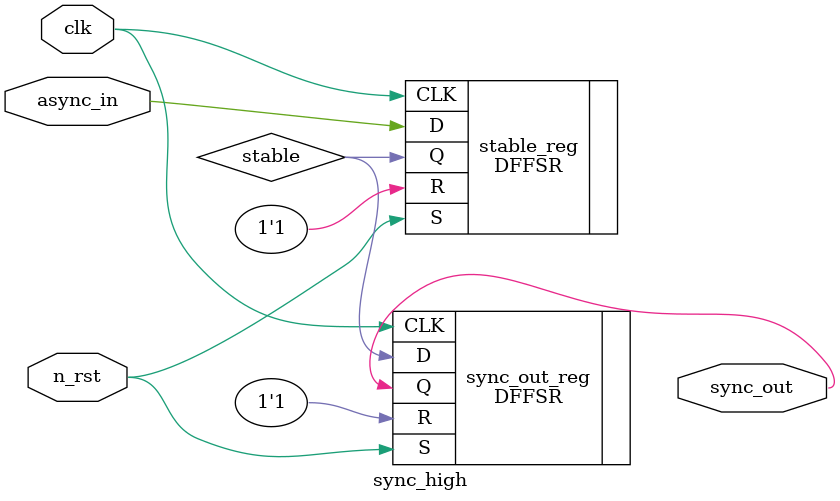
<source format=v>


module sync_high ( clk, n_rst, async_in, sync_out );
  input clk, n_rst, async_in;
  output sync_out;
  wire   stable;

  DFFSR stable_reg ( .D(async_in), .CLK(clk), .R(1'b1), .S(n_rst), .Q(stable)
         );
  DFFSR sync_out_reg ( .D(stable), .CLK(clk), .R(1'b1), .S(n_rst), .Q(sync_out) );
endmodule


</source>
